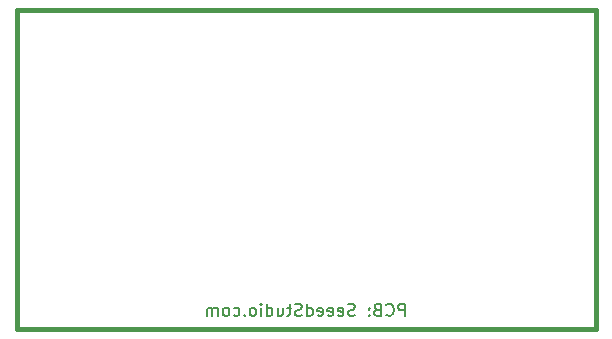
<source format=gbo>
G04 (created by PCBNEW-RS274X (2012-jan-04)-stable) date Sat 31 Mar 2012 04:16:15 PM CEST*
G01*
G70*
G90*
%MOIN*%
G04 Gerber Fmt 3.4, Leading zero omitted, Abs format*
%FSLAX34Y34*%
G04 APERTURE LIST*
%ADD10C,0.008000*%
%ADD11C,0.015000*%
%ADD12C,0.172000*%
%ADD13C,0.078000*%
%ADD14R,0.072000X0.072000*%
%ADD15C,0.072000*%
%ADD16R,0.067000X0.067000*%
%ADD17C,0.067000*%
%ADD18R,0.102000X0.074000*%
%ADD19O,0.102000X0.074000*%
%ADD20O,0.071100X0.059200*%
G04 APERTURE END LIST*
G54D10*
X32626Y-22997D02*
X32626Y-22597D01*
X32473Y-22597D01*
X32435Y-22616D01*
X32416Y-22635D01*
X32397Y-22673D01*
X32397Y-22730D01*
X32416Y-22768D01*
X32435Y-22787D01*
X32473Y-22806D01*
X32626Y-22806D01*
X31997Y-22959D02*
X32016Y-22978D01*
X32073Y-22997D01*
X32111Y-22997D01*
X32169Y-22978D01*
X32207Y-22940D01*
X32226Y-22902D01*
X32245Y-22825D01*
X32245Y-22768D01*
X32226Y-22692D01*
X32207Y-22654D01*
X32169Y-22616D01*
X32111Y-22597D01*
X32073Y-22597D01*
X32016Y-22616D01*
X31997Y-22635D01*
X31692Y-22787D02*
X31635Y-22806D01*
X31616Y-22825D01*
X31597Y-22864D01*
X31597Y-22921D01*
X31616Y-22959D01*
X31635Y-22978D01*
X31673Y-22997D01*
X31826Y-22997D01*
X31826Y-22597D01*
X31692Y-22597D01*
X31654Y-22616D01*
X31635Y-22635D01*
X31616Y-22673D01*
X31616Y-22711D01*
X31635Y-22749D01*
X31654Y-22768D01*
X31692Y-22787D01*
X31826Y-22787D01*
X31426Y-22959D02*
X31407Y-22978D01*
X31426Y-22997D01*
X31445Y-22978D01*
X31426Y-22959D01*
X31426Y-22997D01*
X31426Y-22749D02*
X31407Y-22768D01*
X31426Y-22787D01*
X31445Y-22768D01*
X31426Y-22749D01*
X31426Y-22787D01*
X30950Y-22978D02*
X30893Y-22997D01*
X30797Y-22997D01*
X30759Y-22978D01*
X30740Y-22959D01*
X30721Y-22921D01*
X30721Y-22883D01*
X30740Y-22845D01*
X30759Y-22825D01*
X30797Y-22806D01*
X30874Y-22787D01*
X30912Y-22768D01*
X30931Y-22749D01*
X30950Y-22711D01*
X30950Y-22673D01*
X30931Y-22635D01*
X30912Y-22616D01*
X30874Y-22597D01*
X30778Y-22597D01*
X30721Y-22616D01*
X30397Y-22978D02*
X30435Y-22997D01*
X30512Y-22997D01*
X30550Y-22978D01*
X30569Y-22940D01*
X30569Y-22787D01*
X30550Y-22749D01*
X30512Y-22730D01*
X30435Y-22730D01*
X30397Y-22749D01*
X30378Y-22787D01*
X30378Y-22825D01*
X30569Y-22864D01*
X30054Y-22978D02*
X30092Y-22997D01*
X30169Y-22997D01*
X30207Y-22978D01*
X30226Y-22940D01*
X30226Y-22787D01*
X30207Y-22749D01*
X30169Y-22730D01*
X30092Y-22730D01*
X30054Y-22749D01*
X30035Y-22787D01*
X30035Y-22825D01*
X30226Y-22864D01*
X29711Y-22978D02*
X29749Y-22997D01*
X29826Y-22997D01*
X29864Y-22978D01*
X29883Y-22940D01*
X29883Y-22787D01*
X29864Y-22749D01*
X29826Y-22730D01*
X29749Y-22730D01*
X29711Y-22749D01*
X29692Y-22787D01*
X29692Y-22825D01*
X29883Y-22864D01*
X29349Y-22997D02*
X29349Y-22597D01*
X29349Y-22978D02*
X29387Y-22997D01*
X29464Y-22997D01*
X29502Y-22978D01*
X29521Y-22959D01*
X29540Y-22921D01*
X29540Y-22806D01*
X29521Y-22768D01*
X29502Y-22749D01*
X29464Y-22730D01*
X29387Y-22730D01*
X29349Y-22749D01*
X29178Y-22978D02*
X29121Y-22997D01*
X29025Y-22997D01*
X28987Y-22978D01*
X28968Y-22959D01*
X28949Y-22921D01*
X28949Y-22883D01*
X28968Y-22845D01*
X28987Y-22825D01*
X29025Y-22806D01*
X29102Y-22787D01*
X29140Y-22768D01*
X29159Y-22749D01*
X29178Y-22711D01*
X29178Y-22673D01*
X29159Y-22635D01*
X29140Y-22616D01*
X29102Y-22597D01*
X29006Y-22597D01*
X28949Y-22616D01*
X28835Y-22730D02*
X28683Y-22730D01*
X28778Y-22597D02*
X28778Y-22940D01*
X28759Y-22978D01*
X28721Y-22997D01*
X28683Y-22997D01*
X28377Y-22730D02*
X28377Y-22997D01*
X28549Y-22730D02*
X28549Y-22940D01*
X28530Y-22978D01*
X28492Y-22997D01*
X28434Y-22997D01*
X28396Y-22978D01*
X28377Y-22959D01*
X28015Y-22997D02*
X28015Y-22597D01*
X28015Y-22978D02*
X28053Y-22997D01*
X28130Y-22997D01*
X28168Y-22978D01*
X28187Y-22959D01*
X28206Y-22921D01*
X28206Y-22806D01*
X28187Y-22768D01*
X28168Y-22749D01*
X28130Y-22730D01*
X28053Y-22730D01*
X28015Y-22749D01*
X27825Y-22997D02*
X27825Y-22730D01*
X27825Y-22597D02*
X27844Y-22616D01*
X27825Y-22635D01*
X27806Y-22616D01*
X27825Y-22597D01*
X27825Y-22635D01*
X27578Y-22997D02*
X27616Y-22978D01*
X27635Y-22959D01*
X27654Y-22921D01*
X27654Y-22806D01*
X27635Y-22768D01*
X27616Y-22749D01*
X27578Y-22730D01*
X27520Y-22730D01*
X27482Y-22749D01*
X27463Y-22768D01*
X27444Y-22806D01*
X27444Y-22921D01*
X27463Y-22959D01*
X27482Y-22978D01*
X27520Y-22997D01*
X27578Y-22997D01*
X27273Y-22959D02*
X27254Y-22978D01*
X27273Y-22997D01*
X27292Y-22978D01*
X27273Y-22959D01*
X27273Y-22997D01*
X26911Y-22978D02*
X26949Y-22997D01*
X27026Y-22997D01*
X27064Y-22978D01*
X27083Y-22959D01*
X27102Y-22921D01*
X27102Y-22806D01*
X27083Y-22768D01*
X27064Y-22749D01*
X27026Y-22730D01*
X26949Y-22730D01*
X26911Y-22749D01*
X26683Y-22997D02*
X26721Y-22978D01*
X26740Y-22959D01*
X26759Y-22921D01*
X26759Y-22806D01*
X26740Y-22768D01*
X26721Y-22749D01*
X26683Y-22730D01*
X26625Y-22730D01*
X26587Y-22749D01*
X26568Y-22768D01*
X26549Y-22806D01*
X26549Y-22921D01*
X26568Y-22959D01*
X26587Y-22978D01*
X26625Y-22997D01*
X26683Y-22997D01*
X26378Y-22997D02*
X26378Y-22730D01*
X26378Y-22768D02*
X26359Y-22749D01*
X26321Y-22730D01*
X26263Y-22730D01*
X26225Y-22749D01*
X26206Y-22787D01*
X26206Y-22997D01*
X26206Y-22787D02*
X26187Y-22749D01*
X26149Y-22730D01*
X26092Y-22730D01*
X26054Y-22749D01*
X26035Y-22787D01*
X26035Y-22997D01*
G54D11*
X38976Y-12795D02*
X19684Y-12795D01*
X38976Y-23425D02*
X38976Y-12795D01*
X19684Y-23425D02*
X38976Y-23425D01*
X19684Y-12795D02*
X19684Y-23425D01*
%LPC*%
G54D12*
X21260Y-14370D03*
G54D13*
X37795Y-17610D03*
X37795Y-18610D03*
G54D14*
X29421Y-17110D03*
G54D15*
X30421Y-17110D03*
X29421Y-18110D03*
X30421Y-18110D03*
X29421Y-19110D03*
X30421Y-19110D03*
G54D12*
X37401Y-21850D03*
X37401Y-14370D03*
X21259Y-21850D03*
G54D16*
X20669Y-17110D03*
G54D17*
X20669Y-18110D03*
X20669Y-19110D03*
G54D18*
X23303Y-16610D03*
G54D19*
X23303Y-17610D03*
X23303Y-18610D03*
X23303Y-19610D03*
X26303Y-19610D03*
X26303Y-18610D03*
X26303Y-17610D03*
X26303Y-16610D03*
G54D16*
X27756Y-17110D03*
G54D17*
X27756Y-18110D03*
X27756Y-19110D03*
G54D15*
X27394Y-15157D03*
X23394Y-15157D03*
X27394Y-14173D03*
X23394Y-14173D03*
X32315Y-15157D03*
X28315Y-15157D03*
X30740Y-20472D03*
X26740Y-20472D03*
X32315Y-14173D03*
X28315Y-14173D03*
G54D17*
X22047Y-18610D03*
X22047Y-17610D03*
G54D15*
X36417Y-16110D03*
X36417Y-20110D03*
G54D16*
X31799Y-21850D03*
G54D17*
X30799Y-21850D03*
X32783Y-16338D03*
X31783Y-16338D03*
X31783Y-19882D03*
X32783Y-19882D03*
X24303Y-21653D03*
X25303Y-21653D03*
G54D16*
X34055Y-15610D03*
G54D17*
X34055Y-16610D03*
X34055Y-17610D03*
X34055Y-18610D03*
X34055Y-19610D03*
X34055Y-20610D03*
G54D20*
X32677Y-17610D03*
X32677Y-18610D03*
X32177Y-18110D03*
M02*

</source>
